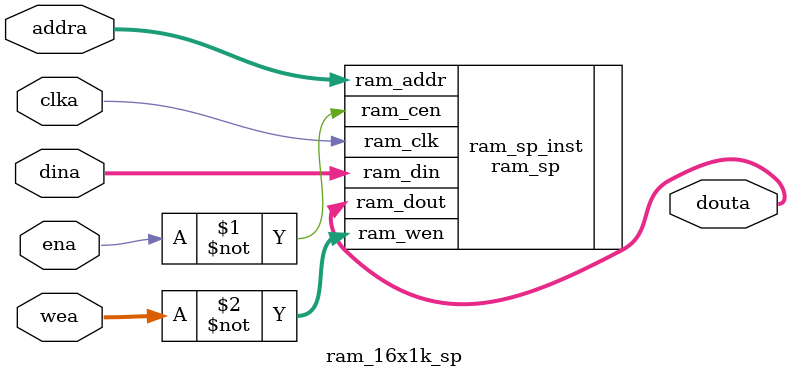
<source format=v>

module ram_16x1k_sp (
  clka,
  ena,
  wea,
  addra,
  dina,
  douta
);

input clka;
input ena;
input [1 : 0] wea;
input [9 : 0] addra;
input [15 : 0] dina;
output [15 : 0] douta;

//============
// RAM
//============

ram_sp #(.ADDR_MSB(9), .MEM_SIZE(2048)) ram_sp_inst (

// OUTPUTs
    .ram_dout     ( douta),      // RAM data output

// INPUTs
    .ram_addr     ( addra),      // RAM address
    .ram_cen      (~ena),        // RAM chip enable (low active)
    .ram_clk      ( clka),       // RAM clock
    .ram_din      ( dina),       // RAM data input
    .ram_wen      (~wea)         // RAM write enable (low active)
);


endmodule // ram_16x1k_sp


</source>
